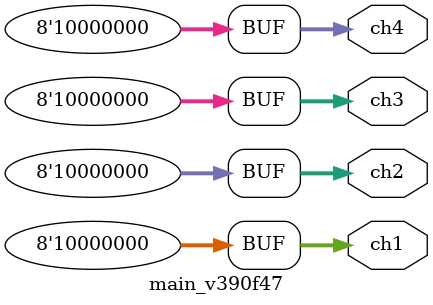
<source format=v>

`default_nettype none

module main (
 input vclk,
 output v1fa947,
 output v02ba24,
 output [0:7] vinit
);
 wire [0:7] w0;
 wire [0:7] w1;
 wire [0:7] w2;
 wire [0:7] w3;
 wire w4;
 wire w5;
 wire w6;
 assign v1fa947 = w4;
 assign v02ba24 = w5;
 assign w6 = vclk;
 main_v71a709 v71a709 (
  .CH1(w0),
  .CH2(w1),
  .CH3(w2),
  .CH4(w3),
  .PPM(w4),
  .PPM_I(w5),
  .clk(w6)
 );
 main_v390f47 v390f47 (
  .ch1(w0),
  .ch2(w1),
  .ch3(w2),
  .ch4(w3)
 );
 assign vinit = 8'b00000000;
endmodule

/*-------------------------------------------------*/
/*--   */
/*-- - - - - - - - - - - - - - - - - - - - - - - --*/
/*-- 
/*-------------------------------------------------*/

module main_v71a709 (
 input [7:0] CH1,
 input [7:0] CH2,
 input [7:0] CH3,
 input [7:0] CH4,
 input clk,
 output PPM,
 output PPM_I
);
 
 parameter a = 12048;
 reg [18:0] canal1, canal2, canal3, canal4;
 reg PPM, PPM_I;
 reg [18:0] contador;
 
 always @(posedge clk)
 begin
   canal1 <= a + (CH1*47);
   canal2 <= a + (CH2*47);
   canal3 <= a + (CH3*47);
   canal4 <= a + (CH4*47);
 
 end
 
 always @(posedge clk)
 begin
   contador <= contador +1;
   if(contador == 1) PPM <= 1'b1;
   
 
 end
endmodule

module main_v390f47 (
 output [7:0] ch1,
 output [7:0] ch2,
 output [7:0] ch3,
 output [7:0] ch4
);
 
 assign ch1 = 128;
 assign ch2 = 128;
 assign ch3 = 128;
 assign ch4 = 128;
endmodule

</source>
